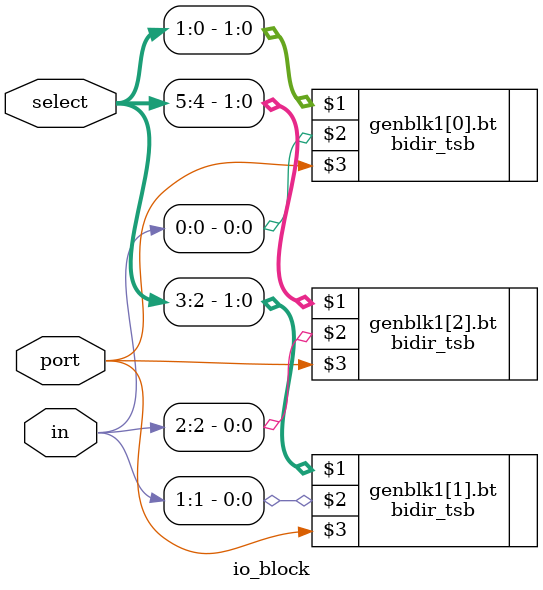
<source format=v>
module io_block(
	input [wire_width*2-1:0] select,
	inout [wire_width-1:0] in,
	inout port
	);
	parameter wire_width = 3;
	wire nowhere, w1;
	genvar x;
	generate
	for (x = 0; x < wire_width; x = x + 1) begin
		bidir_tsb bt(select[x*2+1:x*2], in[x], port);
	end
	endgenerate
	/*bidir_tsb bt1(select[1:0], in[0], port);
	bidir_tsb bt2(select[3:2], in[1], port);
	bidir_tsb bt3(select[5:4], in[2], port);*/
	// bidir_tsb bt1(select[3:2], w1, port);
	// mux4x1 m1(select[1:0], in[0], in[1], in[2], nowhere, w1);
endmodule


</source>
